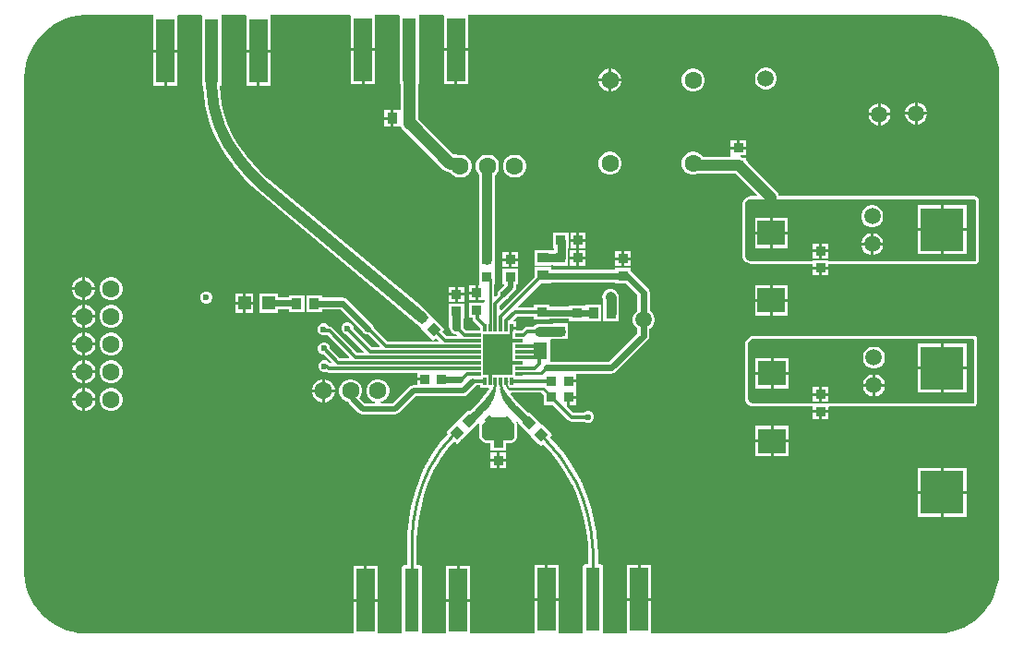
<source format=gtl>
G04*
G04 #@! TF.GenerationSoftware,Altium Limited,Altium Designer,21.1.1 (26)*
G04*
G04 Layer_Physical_Order=1*
G04 Layer_Color=255*
%FSLAX43Y43*%
%MOMM*%
G71*
G04*
G04 #@! TF.SameCoordinates,7D77D7A2-79D2-47A9-8A17-8AFE765D4546*
G04*
G04*
G04 #@! TF.FilePolarity,Positive*
G04*
G01*
G75*
%ADD10C,0.200*%
%ADD11C,0.250*%
%ADD12C,0.254*%
%ADD16R,1.270X5.842*%
%ADD17R,1.702X5.842*%
%ADD18R,0.930X0.870*%
%ADD19P,0.990X4X180.0*%
%ADD20P,0.990X4X270.0*%
%ADD21R,4.000X4.000*%
%ADD22R,1.020X0.940*%
%ADD23R,0.940X1.020*%
%ADD24R,0.700X0.300*%
%ADD25R,0.300X0.700*%
%ADD26R,2.700X3.700*%
%ADD27R,2.520X2.310*%
%ADD28R,1.150X1.300*%
%ADD29R,1.300X1.500*%
%ADD30R,0.870X0.930*%
G04:AMPARAMS|DCode=31|XSize=0.87mm|YSize=0.93mm|CornerRadius=0mm|HoleSize=0mm|Usage=FLASHONLY|Rotation=315.000|XOffset=0mm|YOffset=0mm|HoleType=Round|Shape=Rectangle|*
%AMROTATEDRECTD31*
4,1,4,-0.636,-0.021,0.021,0.636,0.636,0.021,-0.021,-0.636,-0.636,-0.021,0.0*
%
%ADD31ROTATEDRECTD31*%

G04:AMPARAMS|DCode=32|XSize=0.87mm|YSize=0.93mm|CornerRadius=0mm|HoleSize=0mm|Usage=FLASHONLY|Rotation=45.000|XOffset=0mm|YOffset=0mm|HoleType=Round|Shape=Rectangle|*
%AMROTATEDRECTD32*
4,1,4,0.021,-0.636,-0.636,0.021,-0.021,0.636,0.636,-0.021,0.021,-0.636,0.0*
%
%ADD32ROTATEDRECTD32*%

%ADD51C,1.600*%
%ADD55C,0.600*%
%ADD56C,1.000*%
%ADD57C,0.293*%
%ADD58C,0.270*%
%ADD59C,0.300*%
%ADD60C,0.700*%
%ADD61C,0.600*%
%ADD62C,0.800*%
%ADD63C,1.100*%
%ADD64C,0.500*%
%ADD65C,0.900*%
%ADD66C,0.290*%
%ADD67C,4.000*%
%ADD68C,1.500*%
%ADD69C,0.800*%
%ADD70C,0.500*%
G36*
X84776Y57070D02*
X85336Y56967D01*
X85884Y56808D01*
X86413Y56597D01*
X86918Y56334D01*
X87396Y56022D01*
X87839Y55665D01*
X88246Y55265D01*
X88611Y54827D01*
X88930Y54356D01*
X89202Y53855D01*
X89422Y53329D01*
X89590Y52785D01*
X89703Y52226D01*
X89760Y51659D01*
X89760Y51374D01*
X89760Y51374D01*
X89760Y51374D01*
X89765Y48799D01*
X89742Y6232D01*
X89743Y6228D01*
X89742Y6225D01*
X89747Y5940D01*
X89700Y5373D01*
X89597Y4812D01*
X89438Y4265D01*
X89227Y3736D01*
X88964Y3230D01*
X88653Y2754D01*
X88296Y2310D01*
X87896Y1903D01*
X87459Y1538D01*
X86987Y1219D01*
X86487Y947D01*
X85961Y727D01*
X85417Y559D01*
X84858Y446D01*
X84292Y389D01*
X84007Y388D01*
X57858D01*
Y3398D01*
X55648D01*
Y388D01*
X53484D01*
X53462Y417D01*
X53410Y515D01*
X53427Y604D01*
Y6446D01*
X53405Y6558D01*
X53387Y6584D01*
Y6700D01*
X53272D01*
X53246Y6717D01*
X53133Y6740D01*
X52948D01*
Y8087D01*
X52944Y8107D01*
X52944Y8110D01*
X52940Y8126D01*
X52936Y8149D01*
X52925Y8460D01*
X52922Y8470D01*
X52923Y8481D01*
X52796Y9662D01*
X52793Y9672D01*
X52793Y9683D01*
X52582Y10852D01*
X52578Y10862D01*
X52578Y10873D01*
X52284Y12024D01*
X52279Y12034D01*
X52278Y12044D01*
X51903Y13171D01*
X51897Y13181D01*
X51895Y13191D01*
X51441Y14289D01*
X51435Y14298D01*
X51432Y14308D01*
X51395Y14383D01*
X51381Y14400D01*
X51380Y14401D01*
X51378Y14405D01*
X51375Y14411D01*
X51373Y14414D01*
X51371Y14422D01*
X51365Y14429D01*
X51359Y14445D01*
X51346Y14464D01*
X51148Y14859D01*
X51141Y14868D01*
X51138Y14878D01*
X50527Y15907D01*
X50520Y15915D01*
X50516Y15924D01*
X49834Y16907D01*
X49826Y16914D01*
X49821Y16924D01*
X49071Y17855D01*
X49062Y17862D01*
X49057Y17871D01*
X48573Y18391D01*
X48594Y18412D01*
X48658Y18507D01*
X48664Y18538D01*
X48746Y18619D01*
X48664Y18701D01*
X48658Y18732D01*
X48594Y18827D01*
X47979Y19442D01*
X47884Y19506D01*
X47853Y19512D01*
X46668Y20697D01*
X46592Y20621D01*
X46394Y20820D01*
X46394Y20820D01*
X45540Y21674D01*
X45540D01*
X45530Y21674D01*
X45208Y22034D01*
X44948Y22367D01*
X45010Y22494D01*
X47740D01*
X48001Y22233D01*
Y21341D01*
X48826D01*
X50219Y19949D01*
X50352Y19859D01*
X50510Y19828D01*
X51678D01*
X51736Y19770D01*
X51940Y19686D01*
X52160D01*
X52364Y19770D01*
X52520Y19926D01*
X52604Y20130D01*
Y20350D01*
X52520Y20554D01*
X52364Y20710D01*
X52160Y20794D01*
X51940D01*
X51736Y20710D01*
X51678Y20652D01*
X50681D01*
X50109Y21224D01*
X50123Y21258D01*
Y22060D01*
X50250D01*
Y22187D01*
X50939D01*
Y22718D01*
X50939Y22779D01*
X50939Y22779D01*
X50929Y22841D01*
X50929D01*
Y23433D01*
X50240D01*
Y23687D01*
X50929D01*
Y24202D01*
X54167D01*
X54167Y24202D01*
X54383Y24245D01*
X54567Y24368D01*
X57499Y27301D01*
X57499Y27301D01*
X57622Y27484D01*
X57665Y27700D01*
Y28318D01*
X57766Y28377D01*
X57953Y28564D01*
X58086Y28792D01*
X58154Y29048D01*
Y29312D01*
X58086Y29568D01*
X57953Y29796D01*
X57766Y29983D01*
X57715Y30013D01*
Y31660D01*
X57715Y31660D01*
X57672Y31876D01*
X57549Y32059D01*
X57549Y32059D01*
X56050Y33559D01*
X55959Y33620D01*
Y33899D01*
X54521D01*
Y33725D01*
X49519D01*
X49493Y33730D01*
X49493Y33730D01*
X48637D01*
Y33984D01*
X47109D01*
Y33078D01*
X44072Y30041D01*
X43955Y30089D01*
Y30498D01*
X44404Y30948D01*
X44604Y31030D01*
X44760Y31186D01*
X44800Y31283D01*
X45303Y31787D01*
X45415Y31953D01*
X45454Y32150D01*
Y32431D01*
X45659D01*
Y33809D01*
X44221D01*
Y32431D01*
X44315D01*
X44367Y32304D01*
X44073Y32010D01*
X43976Y31970D01*
X43820Y31814D01*
X43736Y31610D01*
Y31445D01*
X43562Y31271D01*
X43445Y31320D01*
Y32431D01*
X43492D01*
Y33809D01*
Y35369D01*
X43484D01*
Y42419D01*
X43667Y42603D01*
X43806Y42843D01*
X43877Y43111D01*
Y43388D01*
X43806Y43657D01*
X43667Y43897D01*
X43471Y44093D01*
X43230Y44232D01*
X42962Y44304D01*
X42685D01*
X42417Y44232D01*
X42176Y44093D01*
X41980Y43897D01*
X41841Y43657D01*
X41769Y43388D01*
Y43111D01*
X41841Y42843D01*
X41980Y42603D01*
X42063Y42519D01*
Y35369D01*
X42054D01*
Y33991D01*
Y32436D01*
X42054Y32431D01*
X42042Y32309D01*
X41957D01*
Y31620D01*
Y30931D01*
X42525D01*
X42549Y30931D01*
X42581Y30913D01*
Y30863D01*
X42461Y30749D01*
X41111D01*
Y29371D01*
X41482D01*
Y29255D01*
X41513Y29098D01*
X41602Y28964D01*
X42131Y28436D01*
Y28406D01*
X42139Y28366D01*
Y28135D01*
X41908D01*
X41868Y28143D01*
X40877D01*
X40656Y28364D01*
X40656Y28364D01*
X40622Y28398D01*
X40633Y28479D01*
Y29256D01*
X40692D01*
Y30634D01*
X39254D01*
Y29256D01*
X39314D01*
Y28479D01*
X39336Y28308D01*
X39402Y28149D01*
X39507Y28012D01*
X39576Y27960D01*
X39613Y27922D01*
X39638Y27912D01*
X39644Y27908D01*
X39803Y27842D01*
X39973Y27819D01*
X39990Y27821D01*
X40034Y27770D01*
X39975Y27643D01*
X39113D01*
X38677Y28079D01*
X38894Y28296D01*
X37920Y29270D01*
X37464Y29726D01*
X37417Y29816D01*
X37283Y29962D01*
X36955Y30235D01*
X36817Y30373D01*
X36804Y30361D01*
X22833Y42013D01*
X22737Y42095D01*
X22737Y42095D01*
X22627Y42179D01*
X21927Y42820D01*
X21285Y43520D01*
X20766Y44198D01*
X20764Y44197D01*
X20691Y44286D01*
X20685Y44294D01*
X20676Y44312D01*
X20633Y44361D01*
X20630Y44363D01*
X20598Y44399D01*
X20000Y45205D01*
X19484Y46066D01*
X19055Y46973D01*
X18716Y47918D01*
X18473Y48892D01*
X18325Y49885D01*
X18294Y50523D01*
X18307Y50611D01*
X18314Y50650D01*
X18437D01*
Y57000D01*
X18437D01*
X18474Y57112D01*
X20662Y57112D01*
X20698Y56985D01*
Y53952D01*
X21803D01*
X22908D01*
Y56985D01*
X22908Y57000D01*
X22944Y57112D01*
X30211Y57112D01*
X30301Y57022D01*
Y54070D01*
X31406D01*
X32511D01*
Y57112D01*
X34682Y57112D01*
X34771Y57022D01*
Y50768D01*
X34850D01*
Y48508D01*
X34794Y48404D01*
X34723Y48404D01*
X34197D01*
Y47640D01*
Y46876D01*
X34767D01*
X34794Y46876D01*
X34913Y46857D01*
X34958Y46747D01*
X35087Y46579D01*
X35130Y46536D01*
X35298Y46407D01*
X35334Y46393D01*
X38800Y42926D01*
X38968Y42797D01*
X39164Y42716D01*
X39373Y42689D01*
X39430D01*
X39480Y42603D01*
X39676Y42406D01*
X39917Y42268D01*
X40185Y42196D01*
X40462D01*
X40730Y42268D01*
X40971Y42406D01*
X41167Y42603D01*
X41306Y42843D01*
X41377Y43111D01*
Y43388D01*
X41306Y43657D01*
X41167Y43897D01*
X40971Y44093D01*
X40730Y44232D01*
X40462Y44304D01*
X40185D01*
X40121Y44287D01*
X39938Y44311D01*
X39709D01*
X36471Y47549D01*
Y50768D01*
X36549D01*
Y57112D01*
X38720Y57112D01*
X38810Y57022D01*
Y54070D01*
X39915D01*
X41020D01*
Y57112D01*
X83917Y57113D01*
X83920Y57113D01*
X83923Y57113D01*
X84208Y57117D01*
X84776Y57070D01*
D02*
G37*
G36*
X16659Y56984D02*
Y50650D01*
X16768D01*
Y50505D01*
X16776Y50445D01*
X16801Y49864D01*
X16935Y48848D01*
X17157Y47847D01*
X17465Y46869D01*
X17857Y45923D01*
X18330Y45013D01*
X18881Y44149D01*
X19433Y43430D01*
X19505Y43336D01*
X19509Y43331D01*
X19509Y43331D01*
X19523Y43311D01*
X19525Y43312D01*
X19589Y43233D01*
X20119Y42542D01*
X20851Y41744D01*
X21649Y41013D01*
X21766Y40922D01*
X21768Y40921D01*
X36308Y28794D01*
X36456Y28700D01*
X36774Y28382D01*
X37877Y27279D01*
X38094Y27496D01*
X38330Y27260D01*
X38282Y27143D01*
X33719D01*
X32394Y28469D01*
Y28490D01*
X32373Y28542D01*
X32362Y28596D01*
X32331Y28642D01*
X32310Y28694D01*
X32270Y28733D01*
X32239Y28779D01*
X32239Y28779D01*
X29969Y31049D01*
X29786Y31172D01*
X29570Y31215D01*
X29570Y31215D01*
X27644D01*
Y31414D01*
X26196D01*
Y29886D01*
X27644D01*
Y30085D01*
X29336D01*
X31441Y27981D01*
X31441Y27981D01*
X31487Y27950D01*
X31526Y27910D01*
X31578Y27889D01*
X31624Y27858D01*
X31678Y27847D01*
X31730Y27826D01*
X31785D01*
X31840Y27815D01*
X31875Y27822D01*
X32937Y26760D01*
X32888Y26643D01*
X32239D01*
X30524Y28359D01*
Y28490D01*
X30440Y28694D01*
X30284Y28850D01*
X30080Y28934D01*
X29860D01*
X29656Y28850D01*
X29500Y28694D01*
X29416Y28490D01*
Y28270D01*
X29500Y28066D01*
X29656Y27910D01*
X29860Y27826D01*
X29891D01*
X31457Y26260D01*
X31408Y26143D01*
X30909D01*
X28625Y28427D01*
X28492Y28517D01*
X28334Y28548D01*
X28264D01*
X28250Y28584D01*
X28094Y28740D01*
X27890Y28824D01*
X27670D01*
X27466Y28740D01*
X27310Y28584D01*
X27226Y28380D01*
Y28160D01*
X27310Y27956D01*
X27466Y27800D01*
X27670Y27716D01*
X27890D01*
X27911Y27725D01*
X27914Y27724D01*
X28163D01*
X30127Y25760D01*
X30078Y25643D01*
X29319D01*
X28394Y26569D01*
Y26650D01*
X28310Y26854D01*
X28154Y27010D01*
X27950Y27094D01*
X27730D01*
X27526Y27010D01*
X27370Y26854D01*
X27286Y26650D01*
Y26430D01*
X27370Y26226D01*
X27526Y26070D01*
X27730Y25986D01*
X27811D01*
X28481Y25317D01*
X28435Y25183D01*
X28371Y25174D01*
X28354Y25191D01*
X28352Y25193D01*
X28343Y25214D01*
X28187Y25369D01*
X27984Y25454D01*
X27763D01*
X27560Y25369D01*
X27404Y25214D01*
X27319Y25010D01*
Y24789D01*
X27404Y24586D01*
X27560Y24430D01*
X27763Y24346D01*
X27984D01*
X28044Y24371D01*
X28074Y24351D01*
X28231Y24319D01*
X36384D01*
Y23852D01*
X37073D01*
Y23598D01*
X36384D01*
Y23164D01*
X36020D01*
X35823Y23125D01*
X35657Y23013D01*
X34147Y21504D01*
X33060D01*
X33044Y21631D01*
X33180Y21668D01*
X33421Y21806D01*
X33617Y22003D01*
X33756Y22243D01*
X33827Y22511D01*
Y22788D01*
X33756Y23057D01*
X33617Y23297D01*
X33421Y23493D01*
X33180Y23632D01*
X32912Y23704D01*
X32635D01*
X32367Y23632D01*
X32126Y23493D01*
X31930Y23297D01*
X31791Y23057D01*
X31719Y22788D01*
Y22511D01*
X31791Y22243D01*
X31930Y22003D01*
X32126Y21806D01*
X32367Y21668D01*
X32503Y21631D01*
X32487Y21504D01*
X31583D01*
X31101Y21986D01*
X31117Y22003D01*
X31256Y22243D01*
X31327Y22511D01*
Y22788D01*
X31256Y23057D01*
X31117Y23297D01*
X30921Y23493D01*
X30680Y23632D01*
X30412Y23704D01*
X30135D01*
X29867Y23632D01*
X29626Y23493D01*
X29430Y23297D01*
X29291Y23057D01*
X29219Y22788D01*
Y22511D01*
X29291Y22243D01*
X29430Y22003D01*
X29626Y21806D01*
X29867Y21668D01*
X30050Y21618D01*
X30121Y21513D01*
X31007Y20627D01*
X31007Y20627D01*
X31173Y20515D01*
X31370Y20476D01*
X34360D01*
X34557Y20515D01*
X34723Y20627D01*
X36233Y22136D01*
X40594D01*
X40790Y22175D01*
X40957Y22287D01*
X41815Y23144D01*
X42139D01*
Y22952D01*
X42941D01*
X43000Y22840D01*
X42767Y22497D01*
X42428Y22059D01*
X42125Y21714D01*
X42120Y21714D01*
X42120D01*
X41783Y21377D01*
X41735Y21345D01*
X41204Y20813D01*
X41120Y20897D01*
X40146Y19923D01*
X39936Y19713D01*
X39905Y19706D01*
X39809Y19643D01*
X39194Y19028D01*
X39131Y18932D01*
X39124Y18901D01*
X39043Y18820D01*
X39124Y18738D01*
X39131Y18707D01*
X39158Y18667D01*
X38706Y18174D01*
X38699Y18163D01*
X38690Y18154D01*
X38007Y17265D01*
X38001Y17253D01*
X37992Y17244D01*
X37390Y16298D01*
X37385Y16286D01*
X37377Y16276D01*
X37088Y15721D01*
X37072Y15697D01*
X37069Y15689D01*
X37053Y15669D01*
X37007Y15576D01*
X37004Y15566D01*
X36998Y15557D01*
X36531Y14428D01*
X36528Y14418D01*
X36523Y14408D01*
X36137Y13249D01*
X36136Y13239D01*
X36131Y13229D01*
X35829Y12045D01*
X35829Y12035D01*
X35825Y12025D01*
X35608Y10822D01*
X35608Y10812D01*
X35605Y10802D01*
X35474Y9587D01*
X35475Y9576D01*
X35473Y9566D01*
X35459Y9180D01*
X35453Y9152D01*
X35449Y9134D01*
X35449Y9132D01*
X35446Y9114D01*
Y6665D01*
X35263D01*
X35151Y6642D01*
X35125Y6625D01*
X35009D01*
Y6509D01*
X34992Y6483D01*
X34970Y6371D01*
Y529D01*
X34972Y515D01*
X34869Y388D01*
X32749D01*
Y3323D01*
X30539D01*
Y388D01*
X7249D01*
X6205Y390D01*
X6202Y389D01*
X6199Y390D01*
X5914Y385D01*
X5346Y432D01*
X4786Y535D01*
X4238Y694D01*
X3709Y905D01*
X3204Y1168D01*
X2727Y1479D01*
X2283Y1836D01*
X1877Y2236D01*
X1512Y2673D01*
X1192Y3145D01*
X921Y3646D01*
X700Y4171D01*
X532Y4715D01*
X419Y5274D01*
X362Y5840D01*
Y7253D01*
Y51570D01*
X390Y51906D01*
X534Y52687D01*
X692Y53235D01*
X904Y53764D01*
X1167Y54269D01*
X1478Y54746D01*
X1835Y55190D01*
X2234Y55596D01*
X2672Y55961D01*
X3144Y56281D01*
X3644Y56553D01*
X4170Y56773D01*
X4714Y56941D01*
X5272Y57054D01*
X5839Y57111D01*
X6124Y57111D01*
X12152Y57111D01*
X12189Y56984D01*
Y53952D01*
X13294D01*
X14399D01*
Y56984D01*
X14399Y57000D01*
X14436Y57111D01*
X16623Y57111D01*
X16659Y56984D01*
D02*
G37*
G36*
X49498Y32595D02*
X49499Y32595D01*
X54521D01*
Y32521D01*
X55490D01*
X56585Y31426D01*
Y30013D01*
X56534Y29983D01*
X56347Y29796D01*
X56214Y29568D01*
X56146Y29312D01*
Y29048D01*
X56214Y28792D01*
X56347Y28564D01*
X56534Y28377D01*
X56535Y28376D01*
Y27934D01*
X53933Y25332D01*
X48679D01*
X48554Y25336D01*
Y27344D01*
X48662Y27390D01*
X48851D01*
Y27381D01*
X50229D01*
Y28054D01*
X50235Y28100D01*
X50229Y28146D01*
Y28819D01*
X48851D01*
Y28810D01*
X47580D01*
X47396Y28786D01*
X47225Y28715D01*
X47078Y28602D01*
X47009Y28511D01*
X46485D01*
X46327Y28480D01*
X46193Y28391D01*
X45946Y28143D01*
X45718D01*
X45678Y28135D01*
X45447D01*
Y28279D01*
X45043D01*
Y28533D01*
X45447D01*
Y29010D01*
X45219D01*
X45170Y29128D01*
X45505Y29463D01*
X47101D01*
Y29181D01*
X48539D01*
Y29260D01*
X49473D01*
X49498Y29255D01*
X50301D01*
Y29061D01*
X51739D01*
X51836Y29016D01*
Y29016D01*
X53284D01*
Y30544D01*
X51836D01*
Y30511D01*
X51739Y30439D01*
X50301D01*
Y30385D01*
X49519D01*
X49493Y30390D01*
X48539D01*
Y30559D01*
X47101D01*
Y30287D01*
X45649D01*
X45600Y30404D01*
X47732Y32536D01*
X48637D01*
Y32600D01*
X49473D01*
X49498Y32595D01*
D02*
G37*
G36*
X43545Y22938D02*
X43571Y22783D01*
X43570Y22763D01*
X43569Y22722D01*
X43569Y22722D01*
X43569Y22681D01*
X43569Y22681D01*
X43570Y22640D01*
X43571Y22620D01*
X43535Y22364D01*
X43522Y22333D01*
X43499Y22270D01*
X43476Y22206D01*
X43456Y22142D01*
X43446Y22110D01*
X43427Y22073D01*
X43388Y21998D01*
X43351Y21922D01*
X43314Y21846D01*
X43296Y21808D01*
X43277Y21771D01*
X43238Y21697D01*
X43201Y21622D01*
X43164Y21546D01*
X43146Y21508D01*
X43146Y21508D01*
Y21508D01*
X42984Y21246D01*
X42550Y20812D01*
X42121Y21199D01*
X42117Y21326D01*
X42251Y21465D01*
X42628Y21894D01*
X42976Y22344D01*
X43297Y22816D01*
X43381Y22952D01*
X43533D01*
X43545Y22938D01*
D02*
G37*
G36*
X44301Y22835D02*
X44640Y22340D01*
X45010Y21868D01*
X45409Y21421D01*
X45555Y21273D01*
X45551Y21146D01*
X45123Y20759D01*
X44696Y21207D01*
X44470Y21538D01*
X44470D01*
X44470Y21538D01*
X44449Y21569D01*
X44408Y21631D01*
X44407Y21632D01*
X44403Y21638D01*
X44365Y21694D01*
X44321Y21756D01*
X44299Y21786D01*
X44287Y21813D01*
X44262Y21867D01*
X44236Y21921D01*
X44210Y21975D01*
X44196Y22001D01*
X44182Y22045D01*
X44153Y22134D01*
X44122Y22221D01*
X44089Y22308D01*
X44071Y22351D01*
X44008Y22599D01*
X44008D01*
X44008Y22599D01*
X44008Y22599D01*
X44004Y22632D01*
X43995Y22697D01*
X43995Y22698D01*
X43992Y22715D01*
X43984Y22763D01*
X43972Y22829D01*
X43965Y22861D01*
X44056Y22952D01*
X44229D01*
X44301Y22835D01*
D02*
G37*
G36*
X45270Y19640D02*
Y18382D01*
X45039Y18130D01*
X42640Y18130D01*
X42330Y18440D01*
X42330Y19549D01*
X42978Y20200D01*
X44710D01*
X45270Y19640D01*
D02*
G37*
G36*
X45658Y19794D02*
X45658Y19687D01*
X45651Y19680D01*
X46626Y18706D01*
X46836Y18495D01*
X46842Y18464D01*
X46906Y18369D01*
X47521Y17754D01*
X47616Y17690D01*
X47647Y17684D01*
X47729Y17603D01*
X47810Y17684D01*
X47841Y17690D01*
X47937Y17754D01*
X47945Y17754D01*
X48465Y17192D01*
X49250Y16195D01*
X49955Y15140D01*
X50558Y14063D01*
X50564Y14037D01*
X50576Y14007D01*
X50578Y14004D01*
X50580Y13996D01*
X50853Y13403D01*
X51290Y12221D01*
X51632Y11008D01*
X51877Y9772D01*
X52025Y8521D01*
X52043Y8087D01*
Y6740D01*
X51863D01*
X51751Y6717D01*
X51725Y6700D01*
X51609D01*
Y6584D01*
X51592Y6558D01*
X51570Y6446D01*
Y604D01*
X51587Y515D01*
X51535Y417D01*
X51513Y388D01*
X49349D01*
Y3398D01*
X47139D01*
Y388D01*
X41258D01*
Y3323D01*
X39048D01*
Y388D01*
X36928D01*
X36825Y515D01*
X36827Y529D01*
Y6371D01*
X36805Y6483D01*
X36787Y6509D01*
Y6625D01*
X36672D01*
X36646Y6642D01*
X36533Y6665D01*
X36351D01*
Y9113D01*
X36365Y9513D01*
X36491Y10685D01*
X36701Y11845D01*
X36992Y12987D01*
X37365Y14106D01*
X37816Y15195D01*
X37838Y15239D01*
X37858Y15265D01*
X38158Y15840D01*
X38732Y16741D01*
X39383Y17589D01*
X39720Y17957D01*
X39847Y17960D01*
X39852Y17954D01*
X39947Y17890D01*
X39978Y17884D01*
X40060Y17803D01*
X40141Y17884D01*
X40172Y17890D01*
X40268Y17954D01*
X40883Y18569D01*
X40946Y18665D01*
X40953Y18696D01*
X42005Y19748D01*
X42103Y19667D01*
X42091Y19648D01*
X42091Y19648D01*
X42091Y19648D01*
X42081Y19599D01*
X42071Y19549D01*
X42071Y18440D01*
X42091Y18341D01*
X42147Y18257D01*
X42457Y17947D01*
X42541Y17891D01*
X42640Y17871D01*
X43101Y17871D01*
Y17141D01*
X44539D01*
Y17871D01*
X45039Y17871D01*
X45044Y17872D01*
X45050Y17871D01*
X45094Y17882D01*
X45138Y17891D01*
X45143Y17894D01*
X45148Y17895D01*
X45185Y17922D01*
X45222Y17947D01*
X45225Y17952D01*
X45230Y17955D01*
X45461Y18206D01*
X45484Y18245D01*
X45509Y18282D01*
X45510Y18288D01*
X45513Y18293D01*
X45520Y18337D01*
X45529Y18382D01*
Y19640D01*
X45509Y19739D01*
X45490Y19769D01*
X45503Y19789D01*
X45633Y19810D01*
X45658Y19794D01*
D02*
G37*
%LPC*%
G36*
X54189Y52189D02*
X54177D01*
Y51262D01*
X55104D01*
Y51274D01*
X55032Y51542D01*
X54893Y51782D01*
X54697Y51978D01*
X54457Y52117D01*
X54189Y52189D01*
D02*
G37*
G36*
X53923D02*
X53911D01*
X53643Y52117D01*
X53403Y51978D01*
X53207Y51782D01*
X53068Y51542D01*
X52996Y51274D01*
Y51262D01*
X53923D01*
Y52189D01*
D02*
G37*
G36*
X41020Y53816D02*
X40042D01*
Y50768D01*
X41020D01*
Y53816D01*
D02*
G37*
G36*
X39788D02*
X38810D01*
Y50768D01*
X39788D01*
Y53816D01*
D02*
G37*
G36*
X32511D02*
X31533D01*
Y50768D01*
X32511D01*
Y53816D01*
D02*
G37*
G36*
X31279D02*
X30301D01*
Y50768D01*
X31279D01*
Y53816D01*
D02*
G37*
G36*
X22908Y53698D02*
X21930D01*
Y50650D01*
X22908D01*
Y53698D01*
D02*
G37*
G36*
X21676D02*
X20698D01*
Y50650D01*
X21676D01*
Y53698D01*
D02*
G37*
G36*
X68482Y52294D02*
X68218D01*
X67962Y52226D01*
X67734Y52093D01*
X67547Y51906D01*
X67414Y51678D01*
X67346Y51422D01*
Y51158D01*
X67414Y50902D01*
X67547Y50674D01*
X67734Y50487D01*
X67962Y50354D01*
X68218Y50286D01*
X68482D01*
X68738Y50354D01*
X68966Y50487D01*
X69153Y50674D01*
X69286Y50902D01*
X69354Y51158D01*
Y51422D01*
X69286Y51678D01*
X69153Y51906D01*
X68966Y52093D01*
X68738Y52226D01*
X68482Y52294D01*
D02*
G37*
G36*
X61814Y52189D02*
X61536D01*
X61268Y52117D01*
X61028Y51978D01*
X60832Y51782D01*
X60693Y51542D01*
X60621Y51274D01*
Y50996D01*
X60693Y50728D01*
X60832Y50488D01*
X61028Y50292D01*
X61268Y50153D01*
X61536Y50081D01*
X61814D01*
X62082Y50153D01*
X62322Y50292D01*
X62518Y50488D01*
X62657Y50728D01*
X62729Y50996D01*
Y51274D01*
X62657Y51542D01*
X62518Y51782D01*
X62322Y51978D01*
X62082Y52117D01*
X61814Y52189D01*
D02*
G37*
G36*
X55104Y51008D02*
X54177D01*
Y50081D01*
X54189D01*
X54457Y50153D01*
X54697Y50292D01*
X54893Y50488D01*
X55032Y50728D01*
X55104Y50996D01*
Y51008D01*
D02*
G37*
G36*
X53923D02*
X52996D01*
Y50996D01*
X53068Y50728D01*
X53207Y50488D01*
X53403Y50292D01*
X53643Y50153D01*
X53911Y50081D01*
X53923D01*
Y51008D01*
D02*
G37*
G36*
X82272Y49104D02*
X82267D01*
Y48227D01*
X83144D01*
Y48232D01*
X83076Y48488D01*
X82943Y48716D01*
X82756Y48903D01*
X82528Y49036D01*
X82272Y49104D01*
D02*
G37*
G36*
X82013D02*
X82008D01*
X81752Y49036D01*
X81524Y48903D01*
X81337Y48716D01*
X81204Y48488D01*
X81136Y48232D01*
Y48227D01*
X82013D01*
Y49104D01*
D02*
G37*
G36*
X78902Y49014D02*
X78897D01*
Y48137D01*
X79774D01*
Y48142D01*
X79706Y48398D01*
X79573Y48626D01*
X79386Y48813D01*
X79158Y48946D01*
X78902Y49014D01*
D02*
G37*
G36*
X78643D02*
X78638D01*
X78382Y48946D01*
X78154Y48813D01*
X77967Y48626D01*
X77834Y48398D01*
X77766Y48142D01*
Y48137D01*
X78643D01*
Y49014D01*
D02*
G37*
G36*
X33943Y48404D02*
X33346D01*
Y47767D01*
X33943D01*
Y48404D01*
D02*
G37*
G36*
X83144Y47973D02*
X82267D01*
Y47096D01*
X82272D01*
X82528Y47164D01*
X82756Y47297D01*
X82943Y47484D01*
X83076Y47712D01*
X83144Y47968D01*
Y47973D01*
D02*
G37*
G36*
X82013D02*
X81136D01*
Y47968D01*
X81204Y47712D01*
X81337Y47484D01*
X81524Y47297D01*
X81752Y47164D01*
X82008Y47096D01*
X82013D01*
Y47973D01*
D02*
G37*
G36*
X79774Y47883D02*
X78897D01*
Y47006D01*
X78902D01*
X79158Y47074D01*
X79386Y47207D01*
X79573Y47394D01*
X79706Y47622D01*
X79774Y47878D01*
Y47883D01*
D02*
G37*
G36*
X78643D02*
X77766D01*
Y47878D01*
X77834Y47622D01*
X77967Y47394D01*
X78154Y47207D01*
X78382Y47074D01*
X78638Y47006D01*
X78643D01*
Y47883D01*
D02*
G37*
G36*
X33943Y47513D02*
X33346D01*
Y46876D01*
X33943D01*
Y47513D01*
D02*
G37*
G36*
X66569Y45609D02*
X65977D01*
Y45047D01*
X66569D01*
Y45609D01*
D02*
G37*
G36*
X65723D02*
X65131D01*
Y45047D01*
X65723D01*
Y45609D01*
D02*
G37*
G36*
X66569Y44793D02*
X65850D01*
X65131D01*
Y44253D01*
X65131Y44231D01*
X65079Y44125D01*
X62537D01*
X62518Y44157D01*
X62322Y44353D01*
X62082Y44492D01*
X61814Y44564D01*
X61536D01*
X61268Y44492D01*
X61028Y44353D01*
X60832Y44157D01*
X60693Y43917D01*
X60621Y43649D01*
Y43371D01*
X60693Y43103D01*
X60832Y42863D01*
X61028Y42667D01*
X61268Y42528D01*
X61536Y42456D01*
X61814D01*
X62082Y42528D01*
X62215Y42604D01*
X65530D01*
X67518Y40616D01*
X67470Y40499D01*
X66955D01*
X66859Y40499D01*
X66859Y40499D01*
X66859Y40499D01*
X66805Y40488D01*
X66760Y40479D01*
X66760Y40479D01*
X66760Y40479D01*
X66581Y40405D01*
X66497Y40349D01*
X66361Y40213D01*
X66361Y40213D01*
X66361Y40213D01*
X66330Y40166D01*
X66305Y40129D01*
X66305Y40129D01*
X66305Y40129D01*
X66241Y39976D01*
X66234Y39938D01*
X66223Y39900D01*
X66212Y39777D01*
X66212Y39775D01*
X66212Y39773D01*
X66213Y39764D01*
X66211Y39755D01*
X66211Y35130D01*
X66211Y35017D01*
X66231Y34918D01*
X66231Y34918D01*
X66317Y34708D01*
X66317Y34708D01*
X66374Y34624D01*
X66534Y34464D01*
X66618Y34408D01*
X66827Y34321D01*
X66827Y34321D01*
X66927Y34301D01*
X67040Y34301D01*
X67040Y34301D01*
X72646D01*
Y34037D01*
X73365D01*
X74084D01*
Y34301D01*
X87605D01*
X87654Y34311D01*
X87703Y34321D01*
X87704Y34321D01*
X87704Y34321D01*
X87746Y34349D01*
X87787Y34377D01*
X87788Y34377D01*
X87788Y34377D01*
X87815Y34418D01*
X87844Y34461D01*
X87844Y34461D01*
X87844Y34461D01*
X87854Y34510D01*
X87864Y34560D01*
X87869Y40150D01*
X87869Y40150D01*
X87869Y40150D01*
X87858Y40201D01*
X87849Y40249D01*
X87849Y40249D01*
X87849Y40249D01*
X87820Y40292D01*
X87793Y40333D01*
X87793Y40333D01*
X87793Y40333D01*
X87703Y40423D01*
X87703Y40423D01*
X87703Y40423D01*
X87661Y40451D01*
X87619Y40479D01*
X87619Y40479D01*
X87619Y40479D01*
X87569Y40489D01*
X87520Y40499D01*
X87520Y40499D01*
X87520Y40499D01*
X69549Y40499D01*
X69535Y40607D01*
X69490Y40714D01*
X69459Y40790D01*
X69338Y40948D01*
X66702Y43584D01*
X66603Y43713D01*
X66569Y43747D01*
Y44049D01*
X66194D01*
X66072Y44100D01*
X66038Y44104D01*
X66047Y44231D01*
X66569D01*
Y44793D01*
D02*
G37*
G36*
X54189Y44564D02*
X53911D01*
X53643Y44492D01*
X53403Y44353D01*
X53207Y44157D01*
X53068Y43917D01*
X52996Y43649D01*
Y43371D01*
X53068Y43103D01*
X53207Y42863D01*
X53403Y42667D01*
X53643Y42528D01*
X53911Y42456D01*
X54189D01*
X54457Y42528D01*
X54697Y42667D01*
X54893Y42863D01*
X55032Y43103D01*
X55104Y43371D01*
Y43649D01*
X55032Y43917D01*
X54893Y44157D01*
X54697Y44353D01*
X54457Y44492D01*
X54189Y44564D01*
D02*
G37*
G36*
X45462Y44304D02*
X45185D01*
X44917Y44232D01*
X44676Y44093D01*
X44480Y43897D01*
X44341Y43657D01*
X44269Y43388D01*
Y43111D01*
X44341Y42843D01*
X44480Y42603D01*
X44676Y42406D01*
X44917Y42268D01*
X45185Y42196D01*
X45462D01*
X45730Y42268D01*
X45971Y42406D01*
X46167Y42603D01*
X46306Y42843D01*
X46377Y43111D01*
Y43388D01*
X46306Y43657D01*
X46167Y43897D01*
X45971Y44093D01*
X45730Y44232D01*
X45462Y44304D01*
D02*
G37*
G36*
X51809Y37159D02*
X51247D01*
Y36567D01*
X51809D01*
Y37159D01*
D02*
G37*
G36*
X50993D02*
X50431D01*
Y36567D01*
X50993D01*
Y37159D01*
D02*
G37*
G36*
X51809Y36313D02*
X51247D01*
Y35721D01*
X51809D01*
Y36313D01*
D02*
G37*
G36*
X50993D02*
X50431D01*
Y35721D01*
X50993D01*
Y36313D01*
D02*
G37*
G36*
X50249Y37159D02*
X48871D01*
Y35721D01*
X48915D01*
Y35569D01*
X48841D01*
Y35504D01*
X48637D01*
Y35564D01*
X47109D01*
Y34116D01*
X48637D01*
Y34185D01*
X48841D01*
Y34131D01*
X50219D01*
Y34776D01*
X50235Y34895D01*
Y35721D01*
X50249D01*
Y37159D01*
D02*
G37*
G36*
X51779Y35569D02*
X51217D01*
Y34977D01*
X51779D01*
Y35569D01*
D02*
G37*
G36*
X50963D02*
X50401D01*
Y34977D01*
X50963D01*
Y35569D01*
D02*
G37*
G36*
X55959Y35459D02*
X55367D01*
Y34897D01*
X55959D01*
Y35459D01*
D02*
G37*
G36*
X55113D02*
X54521D01*
Y34897D01*
X55113D01*
Y35459D01*
D02*
G37*
G36*
X45659Y35369D02*
X45067D01*
Y34807D01*
X45659D01*
Y35369D01*
D02*
G37*
G36*
X44813D02*
X44221D01*
Y34807D01*
X44813D01*
Y35369D01*
D02*
G37*
G36*
X51779Y34723D02*
X51217D01*
Y34131D01*
X51779D01*
Y34723D01*
D02*
G37*
G36*
X50963D02*
X50401D01*
Y34131D01*
X50963D01*
Y34723D01*
D02*
G37*
G36*
X55959Y34643D02*
X55367D01*
Y34081D01*
X55959D01*
Y34643D01*
D02*
G37*
G36*
X55113D02*
X54521D01*
Y34081D01*
X55113D01*
Y34643D01*
D02*
G37*
G36*
X45659Y34553D02*
X45067D01*
Y33991D01*
X45659D01*
Y34553D01*
D02*
G37*
G36*
X44813D02*
X44221D01*
Y33991D01*
X44813D01*
Y34553D01*
D02*
G37*
G36*
X74084Y33783D02*
X73492D01*
Y33221D01*
X74084D01*
Y33783D01*
D02*
G37*
G36*
X73238D02*
X72646D01*
Y33221D01*
X73238D01*
Y33783D01*
D02*
G37*
G36*
X41703Y32309D02*
X41111D01*
Y31747D01*
X41703D01*
Y32309D01*
D02*
G37*
G36*
X40692Y32194D02*
X40100D01*
Y31632D01*
X40692D01*
Y32194D01*
D02*
G37*
G36*
X39846D02*
X39254D01*
Y31632D01*
X39846D01*
Y32194D01*
D02*
G37*
G36*
X70374Y32339D02*
X68987D01*
Y31057D01*
X70374D01*
Y32339D01*
D02*
G37*
G36*
X68733D02*
X67346D01*
Y31057D01*
X68733D01*
Y32339D01*
D02*
G37*
G36*
X41703Y31493D02*
X41111D01*
Y30931D01*
X41703D01*
Y31493D01*
D02*
G37*
G36*
X40692Y31378D02*
X40100D01*
Y30816D01*
X40692D01*
Y31378D01*
D02*
G37*
G36*
X39846D02*
X39254D01*
Y30816D01*
X39846D01*
Y31378D01*
D02*
G37*
G36*
X70374Y30803D02*
X68987D01*
Y29521D01*
X70374D01*
Y30803D01*
D02*
G37*
G36*
X68733D02*
X67346D01*
Y29521D01*
X68733D01*
Y30803D01*
D02*
G37*
G36*
X87389Y27709D02*
X67290Y27709D01*
X67169Y27709D01*
X67070Y27689D01*
X67070Y27689D01*
X66845Y27596D01*
X66845Y27596D01*
X66761Y27540D01*
X66590Y27369D01*
X66590Y27369D01*
X66534Y27285D01*
X66441Y27060D01*
X66421Y26961D01*
X66421Y26840D01*
X66421Y22030D01*
X66421Y21919D01*
X66431Y21869D01*
X66441Y21819D01*
X66526Y21613D01*
X66560Y21563D01*
X66582Y21529D01*
X66582Y21529D01*
X66582Y21529D01*
X66740Y21371D01*
X66740Y21371D01*
X66740Y21371D01*
X66782Y21344D01*
X66824Y21315D01*
X66824Y21315D01*
X66824Y21315D01*
X67030Y21230D01*
X67080Y21220D01*
X67129Y21210D01*
X67241Y21210D01*
X72661Y21207D01*
Y20887D01*
X73380D01*
X74099D01*
Y21117D01*
X74189Y21207D01*
X87414Y21201D01*
X87462Y21210D01*
X87510Y21220D01*
X87512Y21220D01*
X87513Y21221D01*
X87554Y21248D01*
X87595Y21275D01*
X87596Y21276D01*
X87597Y21277D01*
X87624Y21318D01*
X87652Y21358D01*
X87652Y21360D01*
X87653Y21361D01*
X87663Y21409D01*
X87673Y21457D01*
X87737Y27357D01*
X87737Y27358D01*
X87737Y27358D01*
X87728Y27407D01*
X87719Y27456D01*
X87718Y27457D01*
X87718Y27458D01*
X87691Y27499D01*
X87663Y27541D01*
X87663Y27541D01*
X87662Y27542D01*
X87573Y27632D01*
X87572Y27633D01*
X87572Y27633D01*
X87531Y27661D01*
X87489Y27689D01*
X87489Y27689D01*
X87488Y27689D01*
X87439Y27699D01*
X87390Y27709D01*
X87390Y27709D01*
X87389Y27709D01*
D02*
G37*
G36*
X50939Y21933D02*
X50377D01*
Y21341D01*
X50939D01*
Y21933D01*
D02*
G37*
G36*
X74099Y20633D02*
X73507D01*
Y20071D01*
X74099D01*
Y20633D01*
D02*
G37*
G36*
X73253D02*
X72661D01*
Y20071D01*
X73253D01*
Y20633D01*
D02*
G37*
G36*
X70444Y19459D02*
X69057D01*
Y18177D01*
X70444D01*
Y19459D01*
D02*
G37*
G36*
X68803D02*
X67416D01*
Y18177D01*
X68803D01*
Y19459D01*
D02*
G37*
G36*
X70444Y17923D02*
X69057D01*
Y16641D01*
X70444D01*
Y17923D01*
D02*
G37*
G36*
X68803D02*
X67416D01*
Y16641D01*
X68803D01*
Y17923D01*
D02*
G37*
G36*
X86754Y15594D02*
X84627D01*
Y13467D01*
X86754D01*
Y15594D01*
D02*
G37*
G36*
X84373D02*
X82246D01*
Y13467D01*
X84373D01*
Y15594D01*
D02*
G37*
G36*
X86754Y13213D02*
X84627D01*
Y11086D01*
X86754D01*
Y13213D01*
D02*
G37*
G36*
X84373D02*
X82246D01*
Y11086D01*
X84373D01*
Y13213D01*
D02*
G37*
G36*
X57858Y6700D02*
X56880D01*
Y3652D01*
X57858D01*
Y6700D01*
D02*
G37*
G36*
X56626D02*
X55648D01*
Y3652D01*
X56626D01*
Y6700D01*
D02*
G37*
%LPD*%
G36*
X66955Y40240D02*
X87520Y40240D01*
X87610Y40150D01*
X87605Y34560D01*
X74084D01*
Y34599D01*
X72646D01*
Y34560D01*
X67040D01*
X67040Y34560D01*
X66927Y34560D01*
X66717Y34647D01*
X66557Y34807D01*
X66470Y35017D01*
X66470Y35130D01*
X66470Y39755D01*
X66470Y39755D01*
X66481Y39877D01*
X66544Y40030D01*
X66680Y40166D01*
X66859Y40240D01*
X66955Y40240D01*
D02*
G37*
%LPC*%
G36*
X78232Y39654D02*
X77968D01*
X77712Y39586D01*
X77484Y39453D01*
X77297Y39266D01*
X77164Y39038D01*
X77096Y38782D01*
Y38518D01*
X77164Y38262D01*
X77297Y38034D01*
X77484Y37847D01*
X77712Y37714D01*
X77968Y37646D01*
X78232D01*
X78488Y37714D01*
X78716Y37847D01*
X78903Y38034D01*
X79036Y38262D01*
X79104Y38518D01*
Y38782D01*
X79036Y39038D01*
X78903Y39266D01*
X78716Y39453D01*
X78488Y39586D01*
X78232Y39654D01*
D02*
G37*
G36*
X86754Y39694D02*
X84627D01*
Y37567D01*
X86754D01*
Y39694D01*
D02*
G37*
G36*
X84373D02*
X82246D01*
Y37567D01*
X84373D01*
Y39694D01*
D02*
G37*
G36*
X70374Y38539D02*
X68987D01*
Y37257D01*
X70374D01*
Y38539D01*
D02*
G37*
G36*
X68733D02*
X67346D01*
Y37257D01*
X68733D01*
Y38539D01*
D02*
G37*
G36*
X78232Y37104D02*
X78227D01*
Y36227D01*
X79104D01*
Y36232D01*
X79036Y36488D01*
X78903Y36716D01*
X78716Y36903D01*
X78488Y37036D01*
X78232Y37104D01*
D02*
G37*
G36*
X77973D02*
X77968D01*
X77712Y37036D01*
X77484Y36903D01*
X77297Y36716D01*
X77164Y36488D01*
X77096Y36232D01*
Y36227D01*
X77973D01*
Y37104D01*
D02*
G37*
G36*
X70374Y37003D02*
X68987D01*
Y35721D01*
X70374D01*
Y37003D01*
D02*
G37*
G36*
X68733D02*
X67346D01*
Y35721D01*
X68733D01*
Y37003D01*
D02*
G37*
G36*
X74084Y36159D02*
X73492D01*
Y35597D01*
X74084D01*
Y36159D01*
D02*
G37*
G36*
X73238D02*
X72646D01*
Y35597D01*
X73238D01*
Y36159D01*
D02*
G37*
G36*
X86754Y37313D02*
X84627D01*
Y35186D01*
X86754D01*
Y37313D01*
D02*
G37*
G36*
X84373D02*
X82246D01*
Y35186D01*
X84373D01*
Y37313D01*
D02*
G37*
G36*
X79104Y35973D02*
X78227D01*
Y35096D01*
X78232D01*
X78488Y35164D01*
X78716Y35297D01*
X78903Y35484D01*
X79036Y35712D01*
X79104Y35968D01*
Y35973D01*
D02*
G37*
G36*
X77973D02*
X77096D01*
Y35968D01*
X77164Y35712D01*
X77297Y35484D01*
X77484Y35297D01*
X77712Y35164D01*
X77968Y35096D01*
X77973D01*
Y35973D01*
D02*
G37*
G36*
X74084Y35343D02*
X73492D01*
Y34781D01*
X74084D01*
Y35343D01*
D02*
G37*
G36*
X73238D02*
X72646D01*
Y34781D01*
X73238D01*
Y35343D01*
D02*
G37*
%LPD*%
G36*
X67290Y27450D02*
X87389Y27450D01*
X87478Y27360D01*
X87414Y21460D01*
X67241Y21469D01*
X67129Y21469D01*
X66923Y21554D01*
X66765Y21712D01*
X66680Y21919D01*
X66680Y22030D01*
X66680Y26840D01*
X66680Y26961D01*
X66773Y27186D01*
X66944Y27357D01*
X67169Y27450D01*
X67290Y27450D01*
D02*
G37*
%LPC*%
G36*
X86754Y26984D02*
X84627D01*
Y24857D01*
X86754D01*
Y26984D01*
D02*
G37*
G36*
X84373D02*
X82246D01*
Y24857D01*
X84373D01*
Y26984D01*
D02*
G37*
G36*
X78392Y26694D02*
X78128D01*
X77872Y26626D01*
X77644Y26493D01*
X77457Y26306D01*
X77324Y26078D01*
X77256Y25822D01*
Y25558D01*
X77324Y25302D01*
X77457Y25074D01*
X77644Y24887D01*
X77872Y24754D01*
X78128Y24686D01*
X78392D01*
X78648Y24754D01*
X78876Y24887D01*
X79063Y25074D01*
X79196Y25302D01*
X79264Y25558D01*
Y25822D01*
X79196Y26078D01*
X79063Y26306D01*
X78876Y26493D01*
X78648Y26626D01*
X78392Y26694D01*
D02*
G37*
G36*
X70444Y25659D02*
X69057D01*
Y24377D01*
X70444D01*
Y25659D01*
D02*
G37*
G36*
X68803D02*
X67416D01*
Y24377D01*
X68803D01*
Y25659D01*
D02*
G37*
G36*
X78392Y24144D02*
X78387D01*
Y23267D01*
X79264D01*
Y23272D01*
X79196Y23528D01*
X79063Y23756D01*
X78876Y23943D01*
X78648Y24076D01*
X78392Y24144D01*
D02*
G37*
G36*
X78133D02*
X78128D01*
X77872Y24076D01*
X77644Y23943D01*
X77457Y23756D01*
X77324Y23528D01*
X77256Y23272D01*
Y23267D01*
X78133D01*
Y24144D01*
D02*
G37*
G36*
X70444Y24123D02*
X69057D01*
Y22841D01*
X70444D01*
Y24123D01*
D02*
G37*
G36*
X68803D02*
X67416D01*
Y22841D01*
X68803D01*
Y24123D01*
D02*
G37*
G36*
X86754Y24603D02*
X84627D01*
Y22476D01*
X86754D01*
Y24603D01*
D02*
G37*
G36*
X84373D02*
X82246D01*
Y22476D01*
X84373D01*
Y24603D01*
D02*
G37*
G36*
X74099Y23009D02*
X73507D01*
Y22447D01*
X74099D01*
Y23009D01*
D02*
G37*
G36*
X73253D02*
X72661D01*
Y22447D01*
X73253D01*
Y23009D01*
D02*
G37*
G36*
X79264Y23013D02*
X78387D01*
Y22136D01*
X78392D01*
X78648Y22204D01*
X78876Y22337D01*
X79063Y22524D01*
X79196Y22752D01*
X79264Y23008D01*
Y23013D01*
D02*
G37*
G36*
X78133D02*
X77256D01*
Y23008D01*
X77324Y22752D01*
X77457Y22524D01*
X77644Y22337D01*
X77872Y22204D01*
X78128Y22136D01*
X78133D01*
Y23013D01*
D02*
G37*
G36*
X74099Y22193D02*
X73507D01*
Y21631D01*
X74099D01*
Y22193D01*
D02*
G37*
G36*
X73253D02*
X72661D01*
Y21631D01*
X73253D01*
Y22193D01*
D02*
G37*
G36*
X14399Y53698D02*
X13421D01*
Y50650D01*
X14399D01*
Y53698D01*
D02*
G37*
G36*
X13167D02*
X12189D01*
Y50650D01*
X13167D01*
Y53698D01*
D02*
G37*
G36*
X5922Y33064D02*
X5910D01*
Y32137D01*
X6837D01*
Y32148D01*
X6766Y32417D01*
X6627Y32657D01*
X6431Y32853D01*
X6190Y32992D01*
X5922Y33064D01*
D02*
G37*
G36*
X5656D02*
X5645D01*
X5377Y32992D01*
X5136Y32853D01*
X4940Y32657D01*
X4801Y32417D01*
X4729Y32148D01*
Y32137D01*
X5656D01*
Y33064D01*
D02*
G37*
G36*
X8462D02*
X8185D01*
X7917Y32992D01*
X7676Y32853D01*
X7480Y32657D01*
X7341Y32417D01*
X7269Y32148D01*
Y31871D01*
X7341Y31603D01*
X7480Y31363D01*
X7676Y31166D01*
X7917Y31028D01*
X8185Y30956D01*
X8462D01*
X8730Y31028D01*
X8971Y31166D01*
X9167Y31363D01*
X9306Y31603D01*
X9377Y31871D01*
Y32148D01*
X9306Y32417D01*
X9167Y32657D01*
X8971Y32853D01*
X8730Y32992D01*
X8462Y33064D01*
D02*
G37*
G36*
X6837Y31883D02*
X5910D01*
Y30956D01*
X5922D01*
X6190Y31028D01*
X6431Y31166D01*
X6627Y31363D01*
X6766Y31603D01*
X6837Y31871D01*
Y31883D01*
D02*
G37*
G36*
X5656D02*
X4729D01*
Y31871D01*
X4801Y31603D01*
X4940Y31363D01*
X5136Y31166D01*
X5377Y31028D01*
X5645Y30956D01*
X5656D01*
Y31883D01*
D02*
G37*
G36*
X21364Y31604D02*
X20662D01*
Y30827D01*
X21364D01*
Y31604D01*
D02*
G37*
G36*
X20408D02*
X19706D01*
Y30827D01*
X20408D01*
Y31604D01*
D02*
G37*
G36*
X17140Y31764D02*
X16920D01*
X16716Y31680D01*
X16560Y31524D01*
X16476Y31320D01*
Y31100D01*
X16560Y30896D01*
X16716Y30740D01*
X16920Y30656D01*
X17140D01*
X17344Y30740D01*
X17500Y30896D01*
X17584Y31100D01*
Y31320D01*
X17500Y31524D01*
X17344Y31680D01*
X17140Y31764D01*
D02*
G37*
G36*
X23614Y31604D02*
X21956D01*
Y29796D01*
X23614D01*
Y30110D01*
X24616D01*
Y29886D01*
X26064D01*
Y31414D01*
X24616D01*
Y31240D01*
X23614D01*
Y31604D01*
D02*
G37*
G36*
X21364Y30573D02*
X20662D01*
Y29796D01*
X21364D01*
Y30573D01*
D02*
G37*
G36*
X20408D02*
X19706D01*
Y29796D01*
X20408D01*
Y30573D01*
D02*
G37*
G36*
X5962Y30524D02*
X5950D01*
Y29597D01*
X6877D01*
Y29608D01*
X6806Y29877D01*
X6667Y30117D01*
X6471Y30313D01*
X6230Y30452D01*
X5962Y30524D01*
D02*
G37*
G36*
X5696D02*
X5685D01*
X5417Y30452D01*
X5176Y30313D01*
X4980Y30117D01*
X4841Y29877D01*
X4769Y29608D01*
Y29597D01*
X5696D01*
Y30524D01*
D02*
G37*
G36*
X8462D02*
X8185D01*
X7917Y30452D01*
X7676Y30313D01*
X7480Y30117D01*
X7341Y29877D01*
X7269Y29608D01*
Y29331D01*
X7341Y29063D01*
X7480Y28823D01*
X7676Y28626D01*
X7917Y28488D01*
X8185Y28416D01*
X8462D01*
X8730Y28488D01*
X8971Y28626D01*
X9167Y28823D01*
X9306Y29063D01*
X9377Y29331D01*
Y29608D01*
X9306Y29877D01*
X9167Y30117D01*
X8971Y30313D01*
X8730Y30452D01*
X8462Y30524D01*
D02*
G37*
G36*
X6877Y29343D02*
X5950D01*
Y28416D01*
X5962D01*
X6230Y28488D01*
X6471Y28626D01*
X6667Y28823D01*
X6806Y29063D01*
X6877Y29331D01*
Y29343D01*
D02*
G37*
G36*
X5696D02*
X4769D01*
Y29331D01*
X4841Y29063D01*
X4980Y28823D01*
X5176Y28626D01*
X5417Y28488D01*
X5685Y28416D01*
X5696D01*
Y29343D01*
D02*
G37*
G36*
X5962Y27984D02*
X5950D01*
Y27057D01*
X6877D01*
Y27068D01*
X6806Y27337D01*
X6667Y27577D01*
X6471Y27773D01*
X6230Y27912D01*
X5962Y27984D01*
D02*
G37*
G36*
X5696D02*
X5685D01*
X5417Y27912D01*
X5176Y27773D01*
X4980Y27577D01*
X4841Y27337D01*
X4769Y27068D01*
Y27057D01*
X5696D01*
Y27984D01*
D02*
G37*
G36*
X8462D02*
X8185D01*
X7917Y27912D01*
X7676Y27773D01*
X7480Y27577D01*
X7341Y27337D01*
X7269Y27068D01*
Y26791D01*
X7341Y26523D01*
X7480Y26283D01*
X7676Y26086D01*
X7917Y25948D01*
X8185Y25876D01*
X8462D01*
X8730Y25948D01*
X8971Y26086D01*
X9167Y26283D01*
X9306Y26523D01*
X9377Y26791D01*
Y27068D01*
X9306Y27337D01*
X9167Y27577D01*
X8971Y27773D01*
X8730Y27912D01*
X8462Y27984D01*
D02*
G37*
G36*
X6877Y26803D02*
X5950D01*
Y25876D01*
X5962D01*
X6230Y25948D01*
X6471Y26086D01*
X6667Y26283D01*
X6806Y26523D01*
X6877Y26791D01*
Y26803D01*
D02*
G37*
G36*
X5696D02*
X4769D01*
Y26791D01*
X4841Y26523D01*
X4980Y26283D01*
X5176Y26086D01*
X5417Y25948D01*
X5685Y25876D01*
X5696D01*
Y26803D01*
D02*
G37*
G36*
X5962Y25444D02*
X5950D01*
Y24517D01*
X6877D01*
Y24528D01*
X6806Y24797D01*
X6667Y25037D01*
X6471Y25233D01*
X6230Y25372D01*
X5962Y25444D01*
D02*
G37*
G36*
X5696D02*
X5685D01*
X5417Y25372D01*
X5176Y25233D01*
X4980Y25037D01*
X4841Y24797D01*
X4769Y24528D01*
Y24517D01*
X5696D01*
Y25444D01*
D02*
G37*
G36*
X8462D02*
X8185D01*
X7917Y25372D01*
X7676Y25233D01*
X7480Y25037D01*
X7341Y24797D01*
X7269Y24528D01*
Y24251D01*
X7341Y23983D01*
X7480Y23743D01*
X7676Y23546D01*
X7917Y23408D01*
X8185Y23336D01*
X8462D01*
X8730Y23408D01*
X8971Y23546D01*
X9167Y23743D01*
X9306Y23983D01*
X9377Y24251D01*
Y24528D01*
X9306Y24797D01*
X9167Y25037D01*
X8971Y25233D01*
X8730Y25372D01*
X8462Y25444D01*
D02*
G37*
G36*
X6877Y24263D02*
X5950D01*
Y23336D01*
X5962D01*
X6230Y23408D01*
X6471Y23546D01*
X6667Y23743D01*
X6806Y23983D01*
X6877Y24251D01*
Y24263D01*
D02*
G37*
G36*
X5696D02*
X4769D01*
Y24251D01*
X4841Y23983D01*
X4980Y23743D01*
X5176Y23546D01*
X5417Y23408D01*
X5685Y23336D01*
X5696D01*
Y24263D01*
D02*
G37*
G36*
X27912Y23704D02*
X27900D01*
Y22777D01*
X28827D01*
Y22788D01*
X28756Y23057D01*
X28617Y23297D01*
X28421Y23493D01*
X28180Y23632D01*
X27912Y23704D01*
D02*
G37*
G36*
X27646D02*
X27635D01*
X27367Y23632D01*
X27126Y23493D01*
X26930Y23297D01*
X26791Y23057D01*
X26719Y22788D01*
Y22777D01*
X27646D01*
Y23704D01*
D02*
G37*
G36*
X5962Y22904D02*
X5950D01*
Y21977D01*
X6877D01*
Y21988D01*
X6806Y22257D01*
X6667Y22497D01*
X6471Y22693D01*
X6230Y22832D01*
X5962Y22904D01*
D02*
G37*
G36*
X5696D02*
X5685D01*
X5417Y22832D01*
X5176Y22693D01*
X4980Y22497D01*
X4841Y22257D01*
X4769Y21988D01*
Y21977D01*
X5696D01*
Y22904D01*
D02*
G37*
G36*
X28827Y22523D02*
X27900D01*
Y21596D01*
X27912D01*
X28180Y21668D01*
X28421Y21806D01*
X28617Y22003D01*
X28756Y22243D01*
X28827Y22511D01*
Y22523D01*
D02*
G37*
G36*
X27646D02*
X26719D01*
Y22511D01*
X26791Y22243D01*
X26930Y22003D01*
X27126Y21806D01*
X27367Y21668D01*
X27635Y21596D01*
X27646D01*
Y22523D01*
D02*
G37*
G36*
X8462Y22904D02*
X8185D01*
X7917Y22832D01*
X7676Y22693D01*
X7480Y22497D01*
X7341Y22257D01*
X7269Y21988D01*
Y21711D01*
X7341Y21443D01*
X7480Y21203D01*
X7676Y21006D01*
X7917Y20868D01*
X8185Y20796D01*
X8462D01*
X8730Y20868D01*
X8971Y21006D01*
X9167Y21203D01*
X9306Y21443D01*
X9377Y21711D01*
Y21988D01*
X9306Y22257D01*
X9167Y22497D01*
X8971Y22693D01*
X8730Y22832D01*
X8462Y22904D01*
D02*
G37*
G36*
X6877Y21723D02*
X5950D01*
Y20796D01*
X5962D01*
X6230Y20868D01*
X6471Y21006D01*
X6667Y21203D01*
X6806Y21443D01*
X6877Y21711D01*
Y21723D01*
D02*
G37*
G36*
X5696D02*
X4769D01*
Y21711D01*
X4841Y21443D01*
X4980Y21203D01*
X5176Y21006D01*
X5417Y20868D01*
X5685Y20796D01*
X5696D01*
Y21723D01*
D02*
G37*
G36*
X32749Y6625D02*
X31771D01*
Y3577D01*
X32749D01*
Y6625D01*
D02*
G37*
G36*
X31517D02*
X30539D01*
Y3577D01*
X31517D01*
Y6625D01*
D02*
G37*
G36*
X54080Y31983D02*
X53896Y31959D01*
X53725Y31888D01*
X53578Y31775D01*
X53465Y31628D01*
X53394Y31457D01*
X53370Y31273D01*
Y31246D01*
X53394Y31062D01*
X53430Y30976D01*
Y30544D01*
X53416D01*
Y29016D01*
X54864D01*
Y30544D01*
X54850D01*
Y31186D01*
X54850Y31186D01*
X54826Y31370D01*
X54755Y31541D01*
X54703Y31609D01*
X54695Y31628D01*
X54582Y31775D01*
X54435Y31888D01*
X54264Y31959D01*
X54080Y31983D01*
D02*
G37*
G36*
X44539Y16959D02*
X43947D01*
Y16397D01*
X44539D01*
Y16959D01*
D02*
G37*
G36*
X43693D02*
X43101D01*
Y16397D01*
X43693D01*
Y16959D01*
D02*
G37*
G36*
X44539Y16143D02*
X43947D01*
Y15581D01*
X44539D01*
Y16143D01*
D02*
G37*
G36*
X43693D02*
X43101D01*
Y15581D01*
X43693D01*
Y16143D01*
D02*
G37*
G36*
X49349Y6700D02*
X48371D01*
Y3652D01*
X49349D01*
Y6700D01*
D02*
G37*
G36*
X48117D02*
X47139D01*
Y3652D01*
X48117D01*
Y6700D01*
D02*
G37*
G36*
X41258Y6625D02*
X40280D01*
Y3577D01*
X41258D01*
Y6625D01*
D02*
G37*
G36*
X40026D02*
X39048D01*
Y3577D01*
X40026D01*
Y6625D01*
D02*
G37*
%LPD*%
G54D10*
X44593Y23057D02*
Y23506D01*
Y23057D02*
X44770Y22880D01*
X44566Y23533D02*
X44593Y23506D01*
X44693Y27381D02*
X44718D01*
X43793Y26481D02*
X44693Y27381D01*
X43043Y24606D02*
Y25231D01*
X43793Y25981D01*
X44543Y25231D01*
X43793Y25981D02*
Y26481D01*
G54D11*
X44770Y22880D02*
X47900D01*
X48380Y22400D01*
X48380D01*
X48690Y22090D01*
Y22060D02*
Y22090D01*
X52540Y29800D02*
X52560Y29780D01*
G54D12*
X44845Y27533D02*
G03*
X45043Y28166I-912J633D01*
G01*
X44718Y27381D02*
G03*
X44845Y27533I-785J785D01*
G01*
X44543Y23556D02*
X44566Y23533D01*
X47737Y24250D02*
X48254Y24767D01*
X45737Y24250D02*
X47737D01*
X45718Y24231D02*
X45737Y24250D01*
X47346Y26947D02*
X47748Y26545D01*
X45043Y28166D02*
Y28406D01*
X47820Y29870D02*
X47825Y29875D01*
X49643Y29825D02*
X49648Y29820D01*
G54D16*
X52498Y3525D02*
D03*
X35660Y53943D02*
D03*
X17548Y53825D02*
D03*
X35898Y3450D02*
D03*
G54D17*
X56753Y3525D02*
D03*
X48244D02*
D03*
X31406Y53943D02*
D03*
X39915D02*
D03*
X21803Y53825D02*
D03*
X13294D02*
D03*
X40153Y3450D02*
D03*
X31644D02*
D03*
G54D18*
X65850Y44920D02*
D03*
Y43360D02*
D03*
X39973Y31505D02*
D03*
Y29945D02*
D03*
X41830Y31620D02*
D03*
Y30060D02*
D03*
X42773Y34680D02*
D03*
Y33120D02*
D03*
X73380Y22320D02*
D03*
Y20760D02*
D03*
X73365Y33910D02*
D03*
Y35470D02*
D03*
X55240Y33210D02*
D03*
Y34770D02*
D03*
X44940Y34680D02*
D03*
Y33120D02*
D03*
X47820Y29870D02*
D03*
Y31430D02*
D03*
X51020Y31310D02*
D03*
Y29750D02*
D03*
X43820Y16270D02*
D03*
Y17830D02*
D03*
G54D19*
X43040Y19940D02*
D03*
X42120Y20860D02*
D03*
G54D20*
X44620Y19900D02*
D03*
X45540Y20820D02*
D03*
G54D21*
X84500Y24730D02*
D03*
Y37440D02*
D03*
Y13340D02*
D03*
G54D22*
X47873Y34840D02*
D03*
Y33260D02*
D03*
G54D23*
X35650Y47640D02*
D03*
X34070D02*
D03*
X25340Y30650D02*
D03*
X26920D02*
D03*
X54140Y29780D02*
D03*
X52560D02*
D03*
G54D24*
X41868Y27731D02*
D03*
Y27231D02*
D03*
Y26731D02*
D03*
Y26231D02*
D03*
Y25731D02*
D03*
Y25231D02*
D03*
Y24731D02*
D03*
Y24231D02*
D03*
X45718D02*
D03*
Y24731D02*
D03*
Y25231D02*
D03*
Y25731D02*
D03*
Y26231D02*
D03*
Y26731D02*
D03*
Y27231D02*
D03*
Y27731D02*
D03*
G54D25*
X42543Y23556D02*
D03*
X43043D02*
D03*
X43543D02*
D03*
X44043D02*
D03*
X44543D02*
D03*
X45043D02*
D03*
Y28406D02*
D03*
X44543D02*
D03*
X44043D02*
D03*
X43543D02*
D03*
X43043D02*
D03*
X42543D02*
D03*
G54D26*
X43793Y25981D02*
D03*
G54D27*
X68860Y30930D02*
D03*
Y37130D02*
D03*
X68930Y18050D02*
D03*
Y24250D02*
D03*
G54D28*
X20535Y30700D02*
D03*
X22785D02*
D03*
G54D29*
X49550Y26340D02*
D03*
X47650D02*
D03*
G54D30*
X51120Y36440D02*
D03*
X49560D02*
D03*
X51090Y34850D02*
D03*
X49530D02*
D03*
X51100Y28100D02*
D03*
X49540D02*
D03*
X38633Y23725D02*
D03*
X37073D02*
D03*
X48680Y23560D02*
D03*
X50240D02*
D03*
X48690Y22060D02*
D03*
X50250D02*
D03*
G54D31*
X37898Y28275D02*
D03*
X36795Y29378D02*
D03*
X46647Y19701D02*
D03*
X47750Y18598D02*
D03*
G54D32*
X41142Y19902D02*
D03*
X40038Y18798D02*
D03*
G54D51*
X61675Y43510D02*
D03*
X54050D02*
D03*
Y51135D02*
D03*
X61675D02*
D03*
X27773Y22650D02*
D03*
X30273D02*
D03*
X32773D02*
D03*
X45323Y43250D02*
D03*
X42823D02*
D03*
X40323D02*
D03*
X8323Y21850D02*
D03*
X5823D02*
D03*
Y24390D02*
D03*
X8323D02*
D03*
Y26930D02*
D03*
X5823D02*
D03*
Y29470D02*
D03*
X8323D02*
D03*
Y32010D02*
D03*
X5783D02*
D03*
G54D55*
X57820Y39480D02*
D03*
X52800Y39360D02*
D03*
X48600Y39570D02*
D03*
X48140Y54150D02*
D03*
X48080Y50730D02*
D03*
X44710Y47080D02*
D03*
X39710Y36590D02*
D03*
X36670Y36640D02*
D03*
X34400Y43050D02*
D03*
X30320Y37840D02*
D03*
X27700Y39780D02*
D03*
X25260Y41910D02*
D03*
X30340Y45480D02*
D03*
X25660Y44900D02*
D03*
X32610Y36310D02*
D03*
X36880Y39660D02*
D03*
X33180Y39670D02*
D03*
X31580Y31540D02*
D03*
X26320Y34760D02*
D03*
X22320Y34600D02*
D03*
X20620Y37990D02*
D03*
X17540Y35140D02*
D03*
X17700Y40260D02*
D03*
X46583Y18303D02*
D03*
X47517Y17399D02*
D03*
X48539Y16595D02*
D03*
X49309Y15548D02*
D03*
X49991Y14441D02*
D03*
X50569Y13276D02*
D03*
X51013Y12055D02*
D03*
X51356Y10801D02*
D03*
X51594Y9523D02*
D03*
X51726Y8229D02*
D03*
X51539Y6943D02*
D03*
X51258Y5673D02*
D03*
Y4373D02*
D03*
Y3073D02*
D03*
Y1773D02*
D03*
X53738Y1760D02*
D03*
Y3060D02*
D03*
Y4360D02*
D03*
Y5660D02*
D03*
X53473Y6932D02*
D03*
X53245Y8212D02*
D03*
X53126Y9507D02*
D03*
X52910Y10788D02*
D03*
X52598Y12051D02*
D03*
X52189Y13285D02*
D03*
X51691Y14485D02*
D03*
X51059Y15621D02*
D03*
X50349Y16710D02*
D03*
X49560Y17744D02*
D03*
X48927Y18879D02*
D03*
X48003Y19793D02*
D03*
X39240Y19514D02*
D03*
X38520Y18431D02*
D03*
X37725Y17403D02*
D03*
X37038Y16299D02*
D03*
X36482Y15124D02*
D03*
X36028Y13906D02*
D03*
X35665Y12658D02*
D03*
X35394Y11386D02*
D03*
X35216Y10098D02*
D03*
X35135Y8801D02*
D03*
Y7501D02*
D03*
X34659Y6291D02*
D03*
Y4991D02*
D03*
Y3691D02*
D03*
Y2391D02*
D03*
Y1091D02*
D03*
X37138Y1079D02*
D03*
Y2379D02*
D03*
Y3679D02*
D03*
Y4979D02*
D03*
Y6279D02*
D03*
X36662Y7488D02*
D03*
Y8788D02*
D03*
X36740Y10086D02*
D03*
X36932Y11372D02*
D03*
X37224Y12638D02*
D03*
X37617Y13878D02*
D03*
X38107Y15082D02*
D03*
X38760Y16206D02*
D03*
X39522Y17259D02*
D03*
X40653Y17900D02*
D03*
X47260Y20910D02*
D03*
X39970Y20710D02*
D03*
X87310Y18980D02*
D03*
X83890Y19920D02*
D03*
X87260Y29470D02*
D03*
X80870Y32570D02*
D03*
X85080D02*
D03*
X40820Y10940D02*
D03*
X45680Y15240D02*
D03*
X47110Y11300D02*
D03*
X43940Y8230D02*
D03*
X41170Y21650D02*
D03*
X46410Y21860D02*
D03*
X44880Y39360D02*
D03*
X47430Y36240D02*
D03*
X45200Y53960D02*
D03*
X45180Y50820D02*
D03*
X41330Y47080D02*
D03*
X55220Y36060D02*
D03*
X33980Y16670D02*
D03*
X31110Y18980D02*
D03*
X28290Y15570D02*
D03*
X31000Y13180D02*
D03*
X28410Y10670D02*
D03*
X77850Y55080D02*
D03*
X71740D02*
D03*
X74440Y52620D02*
D03*
X71620Y49210D02*
D03*
X74330Y46820D02*
D03*
X71740Y44310D02*
D03*
X74280Y41870D02*
D03*
X21630Y47110D02*
D03*
X29330Y47250D02*
D03*
X27960Y49140D02*
D03*
X25120Y47180D02*
D03*
X22436Y44740D02*
D03*
X34730Y45480D02*
D03*
X37430Y43020D02*
D03*
X39670Y39540D02*
D03*
X35190Y34110D02*
D03*
X37270Y32270D02*
D03*
X61120Y37090D02*
D03*
X63950Y39130D02*
D03*
X63820Y34630D02*
D03*
X61000Y31220D02*
D03*
X63710Y28830D02*
D03*
X61120Y26320D02*
D03*
X63660Y23880D02*
D03*
X55690Y22910D02*
D03*
X58520Y24950D02*
D03*
X58390Y20450D02*
D03*
X55570Y17040D02*
D03*
X55690Y12140D02*
D03*
X58230Y9700D02*
D03*
X76450Y15550D02*
D03*
X79280Y17590D02*
D03*
X79150Y13090D02*
D03*
X76330Y9680D02*
D03*
X79040Y7290D02*
D03*
X76450Y4780D02*
D03*
X78990Y2340D02*
D03*
X69390Y15330D02*
D03*
X72220Y17370D02*
D03*
X72090Y12870D02*
D03*
X69270Y9460D02*
D03*
X71980Y7070D02*
D03*
X69390Y4560D02*
D03*
X71930Y2120D02*
D03*
X64440Y17980D02*
D03*
X64310Y13480D02*
D03*
X61490Y10070D02*
D03*
X64200Y7680D02*
D03*
X61610Y5170D02*
D03*
X64150Y2730D02*
D03*
X22580Y5650D02*
D03*
X25170Y8160D02*
D03*
X25410Y18460D02*
D03*
X22460Y10550D02*
D03*
X22580Y16420D02*
D03*
X25280Y13960D02*
D03*
X25120Y3210D02*
D03*
X12470Y45800D02*
D03*
X15300Y47840D02*
D03*
X15170Y43340D02*
D03*
X12350Y39930D02*
D03*
X15060Y37540D02*
D03*
X12470Y35030D02*
D03*
X18660Y3150D02*
D03*
X16120Y5590D02*
D03*
X18710Y8100D02*
D03*
X16000Y10490D02*
D03*
X18820Y13900D02*
D03*
X18950Y18400D02*
D03*
X16120Y16360D02*
D03*
X14000Y49510D02*
D03*
X12480Y49520D02*
D03*
X11360Y50520D02*
D03*
Y51850D02*
D03*
X11390Y53130D02*
D03*
X11400Y54400D02*
D03*
Y55700D02*
D03*
X21230Y49620D02*
D03*
X22750Y49630D02*
D03*
X23870Y50630D02*
D03*
Y51960D02*
D03*
X23840Y53240D02*
D03*
X23830Y54510D02*
D03*
Y55810D02*
D03*
X39460Y49490D02*
D03*
X40980Y49500D02*
D03*
X42100Y50500D02*
D03*
Y51830D02*
D03*
X42070Y53110D02*
D03*
X42060Y54380D02*
D03*
Y55680D02*
D03*
X31810Y49640D02*
D03*
X30290Y49650D02*
D03*
X29170Y50650D02*
D03*
Y51980D02*
D03*
X29200Y53260D02*
D03*
X29210Y54530D02*
D03*
Y55830D02*
D03*
X56060Y7500D02*
D03*
X57580Y7490D02*
D03*
X58700Y6490D02*
D03*
Y5160D02*
D03*
X58670Y3880D02*
D03*
X58660Y2610D02*
D03*
Y1310D02*
D03*
X48880Y7490D02*
D03*
X47360Y7480D02*
D03*
X46240Y6480D02*
D03*
Y5150D02*
D03*
X46270Y3870D02*
D03*
X46280Y2600D02*
D03*
Y1300D02*
D03*
X32370Y7310D02*
D03*
X30850Y7340D02*
D03*
X29730Y6300D02*
D03*
Y4970D02*
D03*
X29760Y3690D02*
D03*
X29770Y2420D02*
D03*
Y1120D02*
D03*
X41940Y1220D02*
D03*
Y2520D02*
D03*
X41950Y3790D02*
D03*
X41980Y5070D02*
D03*
Y6400D02*
D03*
X40860Y7400D02*
D03*
X39340Y7410D02*
D03*
X17030Y31210D02*
D03*
X31840Y28380D02*
D03*
X29970D02*
D03*
X47950Y46940D02*
D03*
X32290Y47580D02*
D03*
X39600Y32980D02*
D03*
X41250Y33020D02*
D03*
X42260Y15210D02*
D03*
X52520Y31300D02*
D03*
X52440Y34680D02*
D03*
X52570Y36430D02*
D03*
X44910Y36180D02*
D03*
X71950Y24620D02*
D03*
X73080D02*
D03*
X74240D02*
D03*
X71950Y25720D02*
D03*
X73080D02*
D03*
X74240D02*
D03*
Y26720D02*
D03*
X73080D02*
D03*
X71950D02*
D03*
X74570Y37160D02*
D03*
X73360D02*
D03*
X72140D02*
D03*
X74570Y38350D02*
D03*
X73360D02*
D03*
X72140D02*
D03*
X74570Y39520D02*
D03*
X73360D02*
D03*
X72140D02*
D03*
X27780Y28270D02*
D03*
X27840Y26540D02*
D03*
X47580Y28100D02*
D03*
X52050Y20240D02*
D03*
X52040Y23390D02*
D03*
X51720Y26090D02*
D03*
X52010Y21890D02*
D03*
X54080Y31273D02*
D03*
X44718Y26481D02*
D03*
Y27381D02*
D03*
Y25556D02*
D03*
Y24606D02*
D03*
X43793Y26481D02*
D03*
Y27381D02*
D03*
Y25556D02*
D03*
Y24606D02*
D03*
X42843Y26481D02*
D03*
Y27381D02*
D03*
Y25556D02*
D03*
Y24606D02*
D03*
X27873Y24900D02*
D03*
X44290Y31500D02*
D03*
X40248Y23725D02*
D03*
X52770Y27960D02*
D03*
X49410Y31180D02*
D03*
G54D56*
X17528Y50505D02*
G03*
X20095Y43823I10976J382D01*
G01*
X20147Y43756D02*
G03*
X22255Y41505I9478J6762D01*
G01*
X20147Y43756D02*
G03*
X20095Y43823I-895J-639D01*
G01*
X61710Y43365D02*
X65875D01*
X17528Y50505D02*
Y51404D01*
X17548Y53825D01*
X22255Y41505D02*
X22255Y41505D01*
X68800Y39280D02*
Y40410D01*
X66065Y43145D02*
Y43175D01*
X65875Y43365D02*
X66065Y43175D01*
Y43145D02*
X68800Y40410D01*
X61705Y43370D02*
X61710Y43365D01*
X22255Y41505D02*
X36795Y29378D01*
G54D57*
X37456Y15472D02*
G03*
X35898Y9114I15381J-7138D01*
G01*
X39918Y18814D02*
G03*
X37456Y15472I8849J-9099D01*
G01*
X52495Y8087D02*
G03*
X50991Y14186I-16467J-825D01*
G01*
X50975Y14220D02*
G03*
X47750Y18598I-14798J-7524D01*
G01*
X50991Y14186D02*
G03*
X50975Y14220I-997J-464D01*
G01*
X35898Y3450D02*
Y9114D01*
X52495Y8087D02*
Y8087D01*
Y3528D02*
Y8087D01*
Y3528D02*
X52498Y3525D01*
G54D58*
X44031Y23338D02*
G03*
X44691Y21795I2245J48D01*
G01*
X42883Y21640D02*
G03*
X43543Y23210I-1594J1595D01*
G01*
X44031Y23341D02*
X44043Y23556D01*
X44031Y23338D02*
Y23341D01*
X43048Y28675D02*
Y32845D01*
G54D59*
X38942Y27231D02*
X41868D01*
X37898Y28275D02*
X37898D01*
X38942Y27231D01*
X28231Y24731D02*
X41868D01*
X27873Y24900D02*
X28063D01*
X28231Y24731D01*
X32069Y26231D02*
X41868D01*
X29970Y28330D02*
X32069Y26231D01*
X43543Y30669D02*
X44373Y31500D01*
X31840Y28380D02*
X31900D01*
X33549Y26731D02*
X41868D01*
X31900Y28380D02*
X33549Y26731D01*
X29970Y28330D02*
Y28380D01*
X42773Y33120D02*
X43048Y32845D01*
X27780Y28270D02*
X27914Y28136D01*
X28334D01*
X30739Y25731D01*
X27840Y26540D02*
X29149Y25231D01*
X41868D01*
X30739Y25731D02*
X41868D01*
X46116Y27731D02*
X46485Y28100D01*
X47580D01*
X41500Y23556D02*
X42543D01*
X49005Y21745D02*
X50510Y20240D01*
X52050D01*
X45043Y23497D02*
Y23556D01*
Y23497D02*
X48610D01*
X45718Y27731D02*
X46116D01*
X44543Y29083D02*
X45335Y29875D01*
X44543Y28406D02*
Y29083D01*
X45335Y29875D02*
X47693D01*
X48690Y22030D02*
X48975Y21745D01*
X48690Y22030D02*
Y22060D01*
X40365Y28073D02*
X40706Y27731D01*
X41868D01*
X40088Y28350D02*
X40365Y28073D01*
X40365D01*
X47540Y26017D02*
X47648Y26125D01*
X47171Y24731D02*
X47540Y25100D01*
X45718Y24731D02*
X47171D01*
X47540Y25100D02*
Y26017D01*
X47513Y32940D02*
X47833Y33260D01*
X44043Y29429D02*
X47513Y32900D01*
X47833Y33260D02*
X47873D01*
X47513Y32900D02*
Y32940D01*
X44043Y28406D02*
Y29429D01*
X42543Y28606D02*
X42543D01*
X41894Y29255D02*
Y29870D01*
X41798Y29965D02*
X41894Y29870D01*
Y29255D02*
X42543Y28606D01*
X48975Y21745D02*
X49005D01*
X42543Y28406D02*
Y28606D01*
X40248Y23725D02*
X40438D01*
X40944Y24231D02*
X41868D01*
X40438Y23725D02*
X40944Y24231D01*
X45718Y26231D02*
X47648D01*
X45718Y25731D02*
X47355D01*
X47648Y26025D01*
Y26125D01*
X43543Y28406D02*
Y30669D01*
X44043Y26231D02*
X44505Y26694D01*
X43043Y23556D02*
Y24606D01*
X44543Y25231D02*
X45718D01*
X45018Y27231D02*
X45718D01*
Y26731D02*
X47344D01*
G54D60*
X42026Y20764D02*
X42171Y20909D01*
X41110Y19949D02*
X41204Y19942D01*
X41075Y19951D02*
X41110Y19949D01*
X41204Y19942D02*
X42026Y20764D01*
X46641Y19701D02*
X46647D01*
X45433Y20909D02*
X46641Y19701D01*
X42171Y20909D02*
X42171D01*
G54D61*
X54660Y33160D02*
X55650D01*
X49575Y36395D02*
X49620Y36440D01*
X49530Y34850D02*
X49575Y34895D01*
X49525Y34845D02*
X49530Y34850D01*
X47873Y34840D02*
X47879Y34845D01*
X51771Y33160D02*
X54660D01*
X50521D02*
X51771D01*
X55650D02*
X57150Y31660D01*
X31840Y28380D02*
X31840Y28380D01*
X31840Y28380D02*
Y28380D01*
X29570Y30650D02*
X31840Y28380D01*
X26920Y30650D02*
X29570D01*
X48254Y24767D02*
X54167D01*
X57100Y27700D01*
Y29130D01*
X57150Y29180D01*
Y31660D01*
X22810Y30675D02*
X25315D01*
X25340Y30650D01*
X22785Y30700D02*
X22810Y30675D01*
X49648Y29820D02*
X50780D01*
Y29780D02*
X50813Y29813D01*
X50894Y29784D02*
X52160D01*
X49498Y29820D02*
X49648D01*
X38633Y23725D02*
X40248D01*
X49498Y33160D02*
X50521D01*
X47678Y33165D02*
X49493D01*
X49498Y33160D01*
X47753Y29825D02*
X49493D01*
G54D62*
X49575Y34895D02*
Y36395D01*
X47879Y34845D02*
X49525D01*
X39973Y28479D02*
Y29945D01*
G54D63*
X54013Y43472D02*
X54050Y43510D01*
X35660Y47153D02*
Y53943D01*
X39373Y43500D02*
X39938D01*
X35703Y47110D02*
X35763D01*
X39373Y43500D01*
X45323Y43250D02*
X45361Y43287D01*
X40188Y43250D02*
X40323D01*
X39938Y43500D02*
X40188Y43250D01*
X35660Y47153D02*
X35703Y47110D01*
G54D64*
X44940Y32150D02*
Y33120D01*
X44290Y31500D02*
X44940Y32150D01*
X30273Y22650D02*
X30484Y22439D01*
Y21876D02*
X31370Y20990D01*
Y20990D02*
Y20990D01*
X30484Y21876D02*
Y22439D01*
X31370Y20990D02*
X34360D01*
X40594Y22650D02*
X41500Y23556D01*
X36020Y22650D02*
X40594D01*
X34360Y20990D02*
X36020Y22650D01*
G54D65*
X42773Y34680D02*
Y43200D01*
X42823Y43250D01*
X47580Y28100D02*
X49525D01*
X54140Y29780D02*
Y31186D01*
X54080Y31246D02*
X54140Y31186D01*
X54080Y31246D02*
Y31273D01*
G54D66*
X43043Y28406D02*
X43048Y28411D01*
G54D67*
X30780Y42380D02*
D03*
X60010Y15870D02*
D03*
X82473Y5675D02*
D03*
X5298Y6000D02*
D03*
X82473Y52300D02*
D03*
X5298Y51375D02*
D03*
G54D68*
X78260Y23140D02*
D03*
X68350Y51290D02*
D03*
X57150Y29180D02*
D03*
X82140Y48100D02*
D03*
X78770Y48010D02*
D03*
X78100Y36100D02*
D03*
Y38650D02*
D03*
X78260Y25690D02*
D03*
G54D69*
X44650Y18750D02*
D03*
X42960D02*
D03*
G54D70*
X39898Y28350D02*
D03*
M02*

</source>
